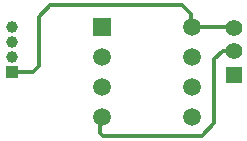
<source format=gbr>
G04 DipTrace 3.1.0.0*
G04 Bottom.gbr*
%MOMM*%
G04 #@! TF.FileFunction,Copper,L2,Bot*
G04 #@! TF.Part,Single*
G04 #@! TA.AperFunction,Conductor*
%ADD13C,0.33*%
G04 #@! TA.AperFunction,ComponentPad*
%ADD15R,1.4X1.4*%
%ADD16C,1.4*%
%ADD18R,1.0X1.0*%
%ADD19C,1.0*%
%ADD20R,1.5X1.5*%
%ADD21C,1.5*%
%FSLAX35Y35*%
G04*
G71*
G90*
G75*
G01*
G04 Bottom*
%LPD*%
X1317500Y1698500D2*
D13*
X1496243D1*
X1544997Y1747253D1*
Y2168050D1*
X1642757Y2265810D1*
X2760633D1*
X2837140Y2189303D1*
Y2083860D1*
X2841500Y2079500D1*
X3191007D1*
X3194563Y2075943D1*
Y1875943D2*
X3101843D1*
X3032660Y1806760D1*
Y1266953D1*
X2926397Y1160690D1*
X2093307D1*
X2067803Y1186193D1*
Y1305803D1*
X2079500Y1317500D1*
D15*
X3194563Y1675943D3*
D16*
Y1875943D3*
Y2075943D3*
D18*
X1317500Y1698500D3*
D19*
Y1825500D3*
Y1952500D3*
Y2079500D3*
D20*
X2079500D3*
D21*
Y1825500D3*
Y1571500D3*
Y1317500D3*
X2841500D3*
Y1571500D3*
Y1825500D3*
Y2079500D3*
M02*

</source>
